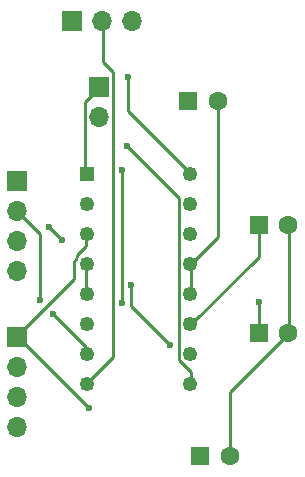
<source format=gbr>
G04 #@! TF.FileFunction,Copper,L1,Top,Signal*
%FSLAX46Y46*%
G04 Gerber Fmt 4.6, Leading zero omitted, Abs format (unit mm)*
G04 Created by KiCad (PCBNEW 4.0.6) date 02/24/20 13:55:30*
%MOMM*%
%LPD*%
G01*
G04 APERTURE LIST*
%ADD10C,0.100000*%
%ADD11R,1.600000X1.600000*%
%ADD12C,1.600000*%
%ADD13R,1.700000X1.700000*%
%ADD14O,1.700000X1.700000*%
%ADD15R,1.250000X1.250000*%
%ADD16C,1.250000*%
%ADD17C,0.600000*%
%ADD18C,0.250000*%
G04 APERTURE END LIST*
D10*
D11*
X143637000Y-99314000D03*
D12*
X146137000Y-99314000D03*
D11*
X149606000Y-109855000D03*
D12*
X152106000Y-109855000D03*
D11*
X149606000Y-118999000D03*
D12*
X152106000Y-118999000D03*
D11*
X144653000Y-129413000D03*
D12*
X147153000Y-129413000D03*
D13*
X136067800Y-98120200D03*
D14*
X136067800Y-100660200D03*
D13*
X129184400Y-106146600D03*
D14*
X129184400Y-108686600D03*
X129184400Y-111226600D03*
X129184400Y-113766600D03*
D13*
X133807200Y-92557600D03*
D14*
X136347200Y-92557600D03*
X138887200Y-92557600D03*
D13*
X129184400Y-119303800D03*
D14*
X129184400Y-121843800D03*
X129184400Y-124383800D03*
X129184400Y-126923800D03*
D15*
X135046000Y-105537000D03*
D16*
X135046000Y-108077000D03*
X135046000Y-110617000D03*
X135046000Y-113157000D03*
X135046000Y-115697000D03*
X135046000Y-118237000D03*
X135046000Y-120777000D03*
X135046000Y-123317000D03*
X143846000Y-123317000D03*
X143846000Y-120777000D03*
X143846000Y-118237000D03*
X143846000Y-115697000D03*
X143846000Y-113157000D03*
X143846000Y-110617000D03*
X143846000Y-108077000D03*
X143846000Y-105537000D03*
D17*
X138049000Y-116459000D03*
X138049000Y-105156000D03*
X149606000Y-116332000D03*
X135255000Y-125349000D03*
X138430000Y-103124000D03*
X131064000Y-116205000D03*
X132207000Y-117348000D03*
X142113000Y-120015000D03*
X138811000Y-114935000D03*
X132969000Y-111125000D03*
X131826000Y-109982000D03*
X138557000Y-97282000D03*
D18*
X138049000Y-116459000D02*
X138049000Y-105156000D01*
X152106000Y-118999000D02*
X152146000Y-118999000D01*
X152146000Y-118999000D02*
X147193000Y-123952000D01*
X147193000Y-123952000D02*
X147193000Y-129413000D01*
X147193000Y-129413000D02*
X147153000Y-129413000D01*
X143846000Y-113157000D02*
X143891000Y-113157000D01*
X143891000Y-113157000D02*
X146177000Y-110871000D01*
X146177000Y-110871000D02*
X146177000Y-99314000D01*
X146177000Y-99314000D02*
X146137000Y-99314000D01*
X152106000Y-118999000D02*
X152146000Y-118999000D01*
X152146000Y-118999000D02*
X152146000Y-109855000D01*
X152146000Y-109855000D02*
X152106000Y-109855000D01*
X143846000Y-115697000D02*
X143891000Y-115697000D01*
X143891000Y-115697000D02*
X143891000Y-113157000D01*
X143891000Y-113157000D02*
X143846000Y-113157000D01*
X135046000Y-115697000D02*
X135001000Y-115697000D01*
X135001000Y-115697000D02*
X135001000Y-113157000D01*
X135001000Y-113157000D02*
X135046000Y-113157000D01*
X143846000Y-118237000D02*
X143891000Y-118237000D01*
X143891000Y-118237000D02*
X149606000Y-112522000D01*
X149606000Y-112522000D02*
X149606000Y-109855000D01*
X149606000Y-118999000D02*
X149606000Y-116332000D01*
X135255000Y-125349000D02*
X129159000Y-119253000D01*
X129159000Y-119253000D02*
X129184400Y-119303800D01*
X129184400Y-119303800D02*
X129159000Y-119253000D01*
X129159000Y-119253000D02*
X133985000Y-114427000D01*
X133985000Y-114427000D02*
X133985000Y-112903000D01*
X133985000Y-112903000D02*
X134112000Y-112776000D01*
X134112000Y-112776000D02*
X134112000Y-112649000D01*
X134112000Y-112649000D02*
X134239000Y-112522000D01*
X134239000Y-112522000D02*
X134239000Y-112395000D01*
X134239000Y-112395000D02*
X135001000Y-111633000D01*
X135001000Y-111633000D02*
X135001000Y-110617000D01*
X135001000Y-110617000D02*
X135046000Y-110617000D01*
X135046000Y-105537000D02*
X135001000Y-105537000D01*
X135001000Y-105537000D02*
X134874000Y-105410000D01*
X134874000Y-105410000D02*
X134874000Y-99441000D01*
X134874000Y-99441000D02*
X136017000Y-98298000D01*
X136017000Y-98298000D02*
X136017000Y-98171000D01*
X136017000Y-98171000D02*
X136067800Y-98120200D01*
X138430000Y-103124000D02*
X142875000Y-107569000D01*
X142875000Y-107569000D02*
X142875000Y-121285000D01*
X142875000Y-121285000D02*
X143891000Y-122301000D01*
X143891000Y-122301000D02*
X143891000Y-123317000D01*
X143891000Y-123317000D02*
X143846000Y-123317000D01*
X129184400Y-108686600D02*
X129286000Y-108839000D01*
X129286000Y-108839000D02*
X131064000Y-110617000D01*
X131064000Y-110617000D02*
X131064000Y-116205000D01*
X132207000Y-117348000D02*
X135001000Y-120142000D01*
X135001000Y-120142000D02*
X135001000Y-120777000D01*
X135001000Y-120777000D02*
X135046000Y-120777000D01*
X142113000Y-120015000D02*
X138811000Y-116713000D01*
X138811000Y-116713000D02*
X138811000Y-114935000D01*
X132969000Y-111125000D02*
X131826000Y-109982000D01*
X143846000Y-105537000D02*
X143891000Y-105537000D01*
X143891000Y-105537000D02*
X138557000Y-100203000D01*
X138557000Y-100203000D02*
X138557000Y-97282000D01*
X135046000Y-123317000D02*
X135001000Y-123317000D01*
X135001000Y-123317000D02*
X137287000Y-121031000D01*
X137287000Y-121031000D02*
X137287000Y-96901000D01*
X137287000Y-96901000D02*
X136398000Y-96012000D01*
X136398000Y-96012000D02*
X136398000Y-92583000D01*
X136398000Y-92583000D02*
X136347200Y-92557600D01*
M02*

</source>
